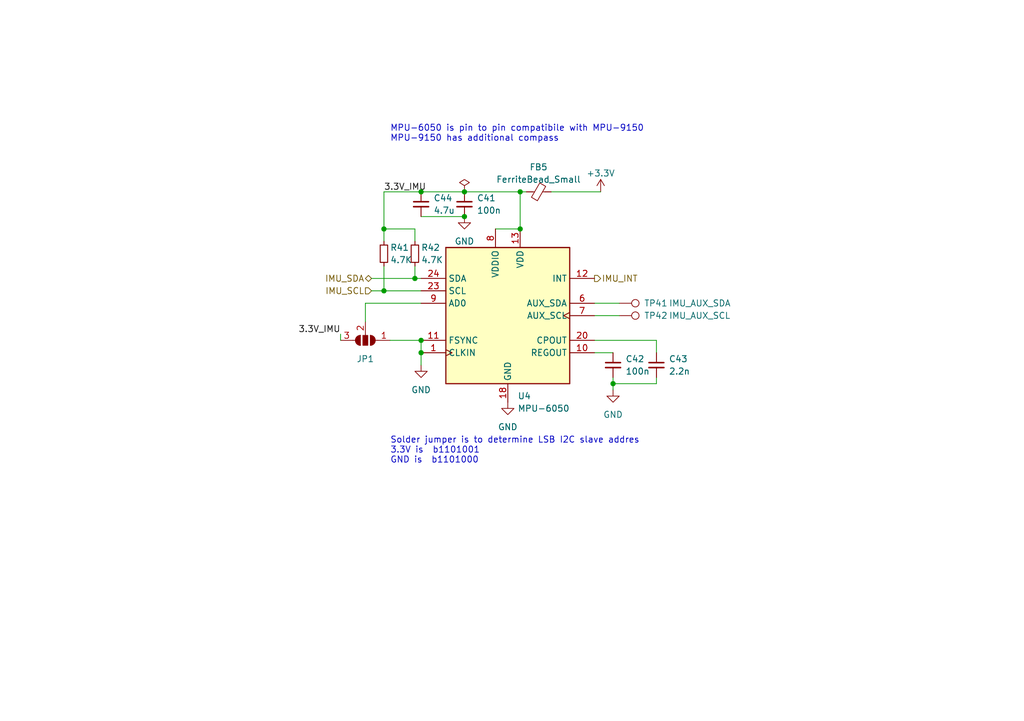
<source format=kicad_sch>
(kicad_sch (version 20230121) (generator eeschema)
  (paper "A5")
  (title_block (title "Telemetry RF module with CAN, GPS and IMU") (rev "1.0") (company "PUT Solar Dynamics") (comment 1 "Mateusz Czarnecki") (comment 2 "Gyro + Acc  w/o mag"))
  (lib_symbols
    (symbol "Symbols_RF_module:C_Small" (pin_numbers hide) (pin_names (offset 0.254) hide)
      (property "Reference" "C" (at 0.254 1.778 0))
      (property "Value" "C_Small" (at 0.254 -2.032 0))
      (symbol "C_Small_0_1"
        (polyline (pts (xy -1.524 -0.508) (xy 1.524 -0.508)) (stroke (width 0.3302)))
        (polyline (pts (xy -1.524 0.508) (xy 1.524 0.508)) (stroke (width 0.3048)))
      )
      (symbol "C_Small_1_1"
        (pin passive line (at 0 2.54 270) (length 2.032) (name "~") (number "1"))
        (pin passive line (at 0 -2.54 90) (length 2.032) (name "~") (number "2"))
      )
    )
    (symbol "Symbols_RF_module:FerriteBead_Small" (pin_numbers hide) (pin_names (offset 0))
      (property "Reference" "FB" (at 1.905 1.27 0))
      (property "Value" "FerriteBead_Small" (at 1.905 -1.27 0))
      (symbol "FerriteBead_Small_0_1"
        (polyline (pts (xy 0 -1.27) (xy 0 -0.7874)))
        (polyline (pts (xy 0 0.889) (xy 0 1.2954)))
        (polyline (pts (xy -1.8288 0.2794) (xy -1.1176 1.4986) (xy 1.8288 -0.2032) (xy 1.1176 -1.4224) (xy -1.8288 0.2794)))
      )
      (symbol "FerriteBead_Small_1_1"
        (pin passive line (at 0 2.54 270) (length 1.27) (name "~") (number "1"))
        (pin passive line (at 0 -2.54 90) (length 1.27) (name "~") (number "2"))
      )
    )
    (symbol "Symbols_RF_module:MPU-6050"
      (property "Reference" "U" (at -11.43 13.97 0))
      (property "Value" "MPU-6050" (at 7.62 -15.24 0))
      (symbol "MPU-6050_0_0"
        (text "" (at 12.7 -2.54 0) (effects (font (size 1.27 1.27))))
      )
      (symbol "MPU-6050_0_1"
        (rectangle (start -12.7 13.97) (end 12.7 -13.97) (stroke (width 0.254)) (fill (type background)))
      )
      (symbol "MPU-6050_1_1"
        (pin input clock (at -17.78 -7.62 0) (length 5.08) (name "CLKIN") (number "1"))
        (pin passive line (at 17.78 -7.62 180) (length 5.08) (name "REGOUT") (number "10"))
        (pin input line (at -17.78 -5.08 0) (length 5.08) (name "FSYNC") (number "11"))
        (pin output line (at 17.78 7.62 180) (length 5.08) (name "INT") (number "12"))
        (pin power_in line (at 2.54 17.78 270) (length 3.81) (name "VDD") (number "13"))
        (pin no_connect line (at -12.7 -10.16 0) (length 2.54) hide (name "NC") (number "14"))
        (pin no_connect line (at 12.7 12.7 180) (length 2.54) hide (name "NC") (number "15"))
        (pin no_connect line (at 12.7 10.16 180) (length 2.54) hide (name "NC") (number "16"))
        (pin no_connect line (at 12.7 5.08 180) (length 2.54) hide (name "NC") (number "17"))
        (pin power_in line (at 0 -17.78 90) (length 3.81) (name "GND") (number "18"))
        (pin no_connect line (at 12.7 -10.16 180) (length 2.54) hide (name "NC") (number "19"))
        (pin no_connect line (at -12.7 12.7 0) (length 2.54) hide (name "NC") (number "2"))
        (pin passive line (at 17.78 -5.08 180) (length 5.08) (name "CPOUT") (number "20"))
        (pin no_connect line (at 12.7 -2.54 180) (length 2.54) hide (name "NC") (number "21"))
        (pin no_connect line (at 12.7 -12.7 180) (length 2.54) hide (name "NC") (number "22"))
        (pin input line (at -17.78 5.08 0) (length 5.08) (name "SCL") (number "23"))
        (pin bidirectional line (at -17.78 7.62 0) (length 5.08) (name "SDA") (number "24"))
        (pin no_connect line (at -12.7 10.16 0) (length 2.54) hide (name "NC") (number "3"))
        (pin no_connect line (at -12.7 0 0) (length 2.54) hide (name "NC") (number "4"))
        (pin no_connect line (at -12.7 -2.54 0) (length 2.54) hide (name "NC") (number "5"))
        (pin bidirectional line (at 17.78 2.54 180) (length 5.08) (name "AUX_SDA") (number "6"))
        (pin output clock (at 17.78 0 180) (length 5.08) (name "AUX_SCL") (number "7"))
        (pin power_in line (at -2.54 17.78 270) (length 3.81) (name "VDDIO") (number "8"))
        (pin input line (at -17.78 2.54 0) (length 5.08) (name "AD0") (number "9"))
      )
    )
    (symbol "Symbols_RF_module:R_Small" (pin_numbers hide) (pin_names (offset 0.254) hide)
      (property "Reference" "R" (at 0.762 0.508 0))
      (property "Value" "R_Small" (at 0.762 -1.016 0))
      (symbol "R_Small_0_1"
        (rectangle (start -0.762 1.778) (end 0.762 -1.778) (stroke (width 0.2032)))
      )
      (symbol "R_Small_1_1"
        (pin passive line (at 0 2.54 270) (length 0.762) (name "~") (number "1"))
        (pin passive line (at 0 -2.54 90) (length 0.762) (name "~") (number "2"))
      )
    )
    (symbol "Symbols_RF_module:SolderJumper_3_Open" (pin_names (offset 0) hide)
      (property "Reference" "JP" (at -2.54 -2.54 0))
      (property "Value" "SolderJumper_3_Open" (at 0 2.794 0))
      (symbol "SolderJumper_3_Open_0_1"
        (arc (start -1.016 1.016) (mid -2.0276 0) (end -1.016 -1.016))
        (arc (start -1.016 1.016) (mid -2.0276 0) (end -1.016 -1.016) (fill (type outline)))
        (rectangle (start -0.508 1.016) (end 0.508 -1.016) (fill (type outline)))
        (polyline (pts (xy -2.54 0) (xy -2.032 0)))
        (polyline (pts (xy -1.016 1.016) (xy -1.016 -1.016)))
        (polyline (pts (xy 0 -1.27) (xy 0 -1.016)))
        (polyline (pts (xy 1.016 1.016) (xy 1.016 -1.016)))
        (polyline (pts (xy 2.54 0) (xy 2.032 0)))
        (arc (start 1.016 -1.016) (mid 2.0276 0) (end 1.016 1.016))
        (arc (start 1.016 -1.016) (mid 2.0276 0) (end 1.016 1.016) (fill (type outline)))
      )
      (symbol "SolderJumper_3_Open_1_1"
        (pin passive line (at -5.08 0 0) (length 2.54) (name "A") (number "1"))
        (pin passive line (at 0 -3.81 90) (length 2.54) (name "C") (number "2"))
        (pin passive line (at 5.08 0 180) (length 2.54) (name "B") (number "3"))
      )
    )
    (symbol "Symbols_RF_module:TestPoint" (pin_numbers hide) (pin_names (offset 0.762) hide)
      (property "Reference" "TP" (at 0 6.858 0))
      (property "Value" "TestPoint" (at 0 5.08 0))
      (symbol "TestPoint_0_1"
        (circle (center 0 3.302) (radius 0.762))
      )
      (symbol "TestPoint_1_1"
        (pin passive line (at 0 0 90) (length 2.54) (name "1") (number "1"))
      )
    )
    (symbol "power:+3.3V" (power) (pin_names (offset 0))
      (property "Value" "+3.3V" (at 0 3.556 0))
      (symbol "+3.3V_0_1"
        (polyline (pts (xy -0.762 1.27) (xy 0 2.54)))
        (polyline (pts (xy 0 0) (xy 0 2.54)))
        (polyline (pts (xy 0 2.54) (xy 0.762 1.27)))
      )
      (symbol "+3.3V_1_1"
        (pin power_in line (at 0 0 90) (length 0) hide (name "+3.3V") (number "1"))
      )
    )
    (symbol "power:GND" (power) (pin_names (offset 0))
      (property "Value" "GND" (at 0 -3.81 0))
      (symbol "GND_0_1"
        (polyline (pts (xy 0 0) (xy 0 -1.27) (xy 1.27 -1.27) (xy 0 -2.54) (xy -1.27 -1.27) (xy 0 -1.27)))
      )
      (symbol "GND_1_1"
        (pin power_in line (at 0 0 270) (length 0) hide (name "GND") (number "1"))
      )
    )
    (symbol "power:PWR_FLAG" (power) (pin_numbers hide) (pin_names (offset 0) hide)
      (property "Value" "PWR_FLAG" (at 0 3.81 0))
      (symbol "PWR_FLAG_0_0"
        (pin power_out line (at 0 0 90) (length 0) (name "pwr") (number "1"))
      )
      (symbol "PWR_FLAG_0_1"
        (polyline (pts (xy 0 0) (xy 0 1.27) (xy -1.016 1.905) (xy 0 2.54) (xy 1.016 1.905) (xy 0 1.27)))
      )
    )
  )
  (junction (at 95.25 44.45))
  (junction (at 78.74 46.99))
  (junction (at 85.09 57.15))
  (junction (at 106.68 39.37))
  (junction (at 86.36 72.39))
  (junction (at 86.36 69.85))
  (junction (at 106.68 46.99))
  (junction (at 95.25 39.37))
  (junction (at 125.73 78.74))
  (junction (at 78.74 59.69))
  (junction (at 86.36 39.37))
  (wire (pts (xy 107.95 39.37) (xy 106.68 39.37)))
  (wire (pts (xy 78.74 39.37) (xy 78.74 46.99)))
  (wire (pts (xy 125.73 78.74) (xy 125.73 80.01)))
  (wire (pts (xy 78.74 46.99) (xy 78.74 49.53)))
  (wire (pts (xy 78.74 59.69) (xy 86.36 59.69)))
  (wire (pts (xy 86.36 44.45) (xy 95.25 44.45)))
  (wire (pts (xy 85.09 46.99) (xy 78.74 46.99)))
  (wire (pts (xy 86.36 72.39) (xy 86.36 74.93)))
  (wire (pts (xy 85.09 54.61) (xy 85.09 57.15)))
  (wire (pts (xy 86.36 62.23) (xy 74.93 62.23)))
  (wire (pts (xy 74.93 62.23) (xy 74.93 66.04)))
  (wire (pts (xy 134.62 78.74) (xy 125.73 78.74)))
  (wire (pts (xy 86.36 39.37) (xy 95.25 39.37)))
  (wire (pts (xy 76.2 57.15) (xy 85.09 57.15)))
  (wire (pts (xy 78.74 39.37) (xy 86.36 39.37)))
  (wire (pts (xy 121.92 72.39) (xy 125.73 72.39)))
  (wire (pts (xy 69.85 68.58) (xy 69.85 69.85)))
  (wire (pts (xy 113.03 39.37) (xy 123.19 39.37)))
  (wire (pts (xy 80.01 69.85) (xy 86.36 69.85)))
  (wire (pts (xy 95.25 39.37) (xy 106.68 39.37)))
  (wire (pts (xy 121.92 62.23) (xy 127 62.23)))
  (wire (pts (xy 134.62 77.47) (xy 134.62 78.74)))
  (wire (pts (xy 76.2 59.69) (xy 78.74 59.69)))
  (wire (pts (xy 85.09 49.53) (xy 85.09 46.99)))
  (wire (pts (xy 85.09 57.15) (xy 86.36 57.15)))
  (wire (pts (xy 101.6 46.99) (xy 106.68 46.99)))
  (wire (pts (xy 125.73 77.47) (xy 125.73 78.74)))
  (wire (pts (xy 134.62 69.85) (xy 134.62 72.39)))
  (wire (pts (xy 106.68 39.37) (xy 106.68 46.99)))
  (wire (pts (xy 86.36 69.85) (xy 86.36 72.39)))
  (wire (pts (xy 121.92 64.77) (xy 127 64.77)))
  (wire (pts (xy 121.92 69.85) (xy 134.62 69.85)))
  (wire (pts (xy 78.74 54.61) (xy 78.74 59.69)))
  (text "MPU-6050 is pin to pin compatibile with MPU-9150 \nMPU-9150 has additional compass" (at 80.01 29.21 0) (effects (font (size 1.27 1.27)) (justify left bottom)))
  (text "Solder jumper is to determine LSB I2C slave addres\n3.3V is  b1101001\nGND is  b1101000" (at 80.01 95.25 0) (effects (font (size 1.27 1.27)) (justify left bottom)))
  (label "3.3V_IMU" (at 78.74 39.37 0))
  (label "3.3V_IMU" (at 69.85 68.58 180))
  (hierarchical_label "IMU_INT" (shape output) (at 121.92 57.15 0))
  (hierarchical_label "IMU_SCL" (shape input) (at 76.2 59.69 180))
  (hierarchical_label "IMU_SDA" (shape bidirectional) (at 76.2 57.15 180))
  (symbol (lib_id "Symbols_RF_module:C_Small") (at 134.62 74.93 0) (unit 1)
    (property "Reference" "C43" (at 137.16 73.6662 0) (effects (justify left)))
    (property "Value" "2.2n" (at 137.16 76.2062 0) (effects (justify left)))
    (property "Footprint" "Capacitor_SMD:C_0603_1608Metric_Pad1.08x0.95mm_HandSolder" (effects hide))
  )
  (symbol (lib_id "Symbols_RF_module:SolderJumper_3_Open") (at 74.93 69.85 180) (unit 1)
    (property "Reference" "JP1" (at 74.93 73.66 0))
    (property "Value" "SolderJumper_3_Open" (effects hide))
    (property "Footprint" "Jumper:SolderJumper-3_P1.3mm_Bridged2Bar12_Pad1.0x1.5mm" (effects hide))
  )
  (symbol (lib_id "power:GND") (at 104.14 82.55 0) (unit 1)
    (property "Reference" "#PWR021" (effects hide))
    (property "Value" "GND" (at 104.14 87.63 0))
  )
  (symbol (lib_id "Symbols_RF_module:MPU-6050") (at 104.14 64.77 0) (unit 1)
    (property "Reference" "U4" (at 106.1594 81.28 0) (effects (justify left)))
    (property "Value" "MPU-6050" (at 106.1594 83.82 0) (effects (justify left)))
    (property "Footprint" "Sensor_Motion:InvenSense_QFN-24_4x4mm_P0.5mm" (effects hide))
    (property "Datasheet" "https://store.invensense.com/datasheets/invensense/MPU-6050_DataSheet_V3%204.pdf" (effects hide))
  )
  (symbol (lib_id "Symbols_RF_module:C_Small") (at 125.73 74.93 0) (unit 1)
    (property "Reference" "C42" (at 128.27 73.6662 0) (effects (justify left)))
    (property "Value" "100n" (at 128.27 76.2062 0) (effects (justify left)))
    (property "Footprint" "Capacitor_SMD:C_0603_1608Metric_Pad1.08x0.95mm_HandSolder" (effects hide))
  )
  (symbol (lib_id "Symbols_RF_module:FerriteBead_Small") (at 110.49 39.37 90) (unit 1)
    (property "Reference" "FB5" (at 110.4519 34.29 90))
    (property "Value" "FerriteBead_Small" (at 110.4519 36.83 90))
    (property "Footprint" "Inductor_SMD:L_0603_1608Metric_Pad1.05x0.95mm_HandSolder" (effects hide))
  )
  (symbol (lib_id "Symbols_RF_module:TestPoint") (at 127 62.23 270) (unit 1) (in_bom no)
    (property "Reference" "TP41" (at 132.08 62.23 90) (effects (justify left)))
    (property "Value" "IMU_AUX_SDA" (at 137.16 62.23 90) (effects (justify left)))
    (property "Footprint" "TestPoint:TestPoint_Pad_D2.0mm" (effects hide))
  )
  (symbol (lib_id "power:GND") (at 95.25 44.45 0) (unit 1)
    (property "Reference" "#PWR019" (effects hide))
    (property "Value" "GND" (at 95.25 49.53 0))
  )
  (symbol (lib_id "power:+3.3V") (at 123.19 39.37 0) (unit 1)
    (property "Reference" "#PWR022" (effects hide))
    (property "Value" "+3.3V" (at 123.19 35.56 0))
  )
  (symbol (lib_id "Symbols_RF_module:TestPoint") (at 127 64.77 270) (unit 1) (in_bom no)
    (property "Reference" "TP42" (at 132.08 64.77 90) (effects (justify left)))
    (property "Value" "IMU_AUX_SCL" (at 137.16 64.77 90) (effects (justify left)))
    (property "Footprint" "TestPoint:TestPoint_Pad_D2.0mm" (effects hide))
  )
  (symbol (lib_id "power:GND") (at 86.36 74.93 0) (unit 1)
    (property "Reference" "#PWR020" (effects hide))
    (property "Value" "GND" (at 86.36 80.01 0))
  )
  (symbol (lib_id "Symbols_RF_module:C_Small") (at 86.36 41.91 0) (unit 1)
    (property "Reference" "C44" (at 88.9 40.6462 0) (effects (justify left)))
    (property "Value" "4.7u" (at 88.9 43.1862 0) (effects (justify left)))
    (property "Footprint" "Capacitor_SMD:C_0603_1608Metric_Pad1.08x0.95mm_HandSolder" (effects hide))
  )
  (symbol (lib_id "Symbols_RF_module:R_Small") (at 78.74 52.07 0) (unit 1)
    (property "Reference" "R41" (at 80.01 50.8 0) (effects (justify left)))
    (property "Value" "4.7K" (at 80.01 53.34 0) (effects (justify left)))
    (property "Footprint" "Resistor_SMD:R_0603_1608Metric_Pad0.98x0.95mm_HandSolder" (effects hide))
  )
  (symbol (lib_id "Symbols_RF_module:C_Small") (at 95.25 41.91 0) (unit 1)
    (property "Reference" "C41" (at 97.79 40.6462 0) (effects (justify left)))
    (property "Value" "100n" (at 97.79 43.1862 0) (effects (justify left)))
    (property "Footprint" "Capacitor_SMD:C_0603_1608Metric_Pad1.08x0.95mm_HandSolder" (effects hide))
  )
  (symbol (lib_id "power:GND") (at 125.73 80.01 0) (unit 1)
    (property "Reference" "#PWR024" (effects hide))
    (property "Value" "GND" (at 125.73 85.09 0))
  )
  (symbol (lib_id "power:PWR_FLAG") (at 95.25 39.37 0) (unit 1)
    (property "Reference" "#FLG03" (effects hide))
    (property "Value" "PWR_FLAG" (effects hide))
    (instances (project "RF_module" (path "" (reference "#FLG03") (unit 1)) (path "" (reference "#FLG012") (unit 1))))
  )
  (symbol (lib_id "Symbols_RF_module:R_Small") (at 85.09 52.07 0) (unit 1)
    (property "Reference" "R42" (at 86.36 50.8 0) (effects (justify left)))
    (property "Value" "4.7K" (at 86.36 53.34 0) (effects (justify left)))
    (property "Footprint" "Resistor_SMD:R_0603_1608Metric_Pad0.98x0.95mm_HandSolder" (effects hide))
  )
)
</source>
